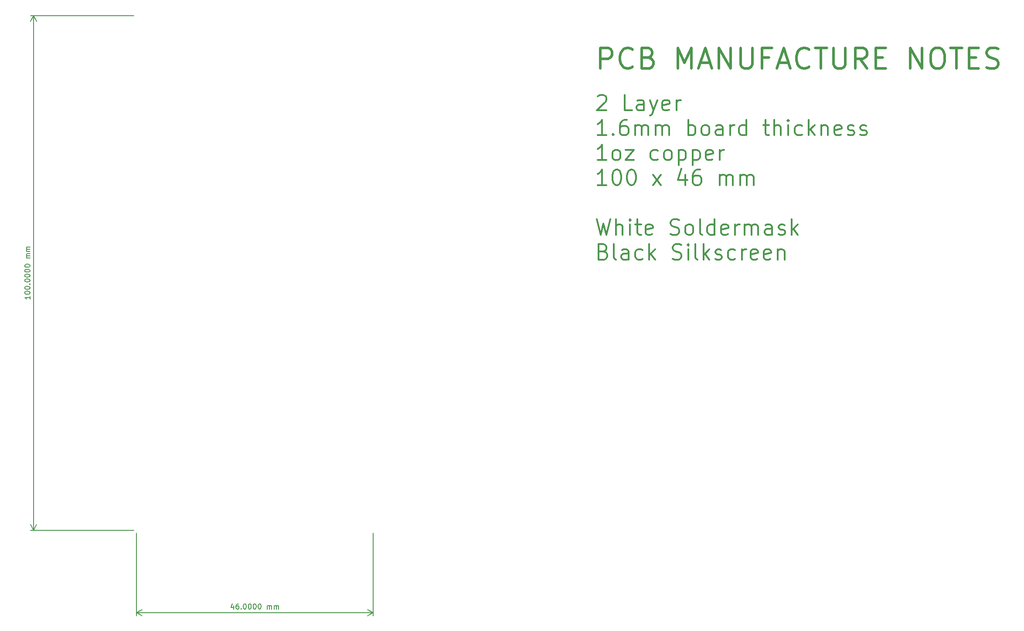
<source format=gbr>
%TF.GenerationSoftware,KiCad,Pcbnew,7.0.6*%
%TF.CreationDate,2023-08-09T14:48:55+09:30*%
%TF.ProjectId,backplane,6261636b-706c-4616-9e65-2e6b69636164,V1.0*%
%TF.SameCoordinates,Original*%
%TF.FileFunction,Other,Comment*%
%FSLAX46Y46*%
G04 Gerber Fmt 4.6, Leading zero omitted, Abs format (unit mm)*
G04 Created by KiCad (PCBNEW 7.0.6) date 2023-08-09 14:48:55*
%MOMM*%
%LPD*%
G01*
G04 APERTURE LIST*
%ADD10C,0.300000*%
%ADD11C,0.500000*%
%ADD12C,0.150000*%
G04 APERTURE END LIST*
D10*
X189568796Y-65722971D02*
X189711653Y-65580114D01*
X189711653Y-65580114D02*
X189997368Y-65437257D01*
X189997368Y-65437257D02*
X190711653Y-65437257D01*
X190711653Y-65437257D02*
X190997368Y-65580114D01*
X190997368Y-65580114D02*
X191140225Y-65722971D01*
X191140225Y-65722971D02*
X191283082Y-66008685D01*
X191283082Y-66008685D02*
X191283082Y-66294400D01*
X191283082Y-66294400D02*
X191140225Y-66722971D01*
X191140225Y-66722971D02*
X189425939Y-68437257D01*
X189425939Y-68437257D02*
X191283082Y-68437257D01*
X196283082Y-68437257D02*
X194854510Y-68437257D01*
X194854510Y-68437257D02*
X194854510Y-65437257D01*
X198568796Y-68437257D02*
X198568796Y-66865828D01*
X198568796Y-66865828D02*
X198425938Y-66580114D01*
X198425938Y-66580114D02*
X198140224Y-66437257D01*
X198140224Y-66437257D02*
X197568796Y-66437257D01*
X197568796Y-66437257D02*
X197283081Y-66580114D01*
X198568796Y-68294400D02*
X198283081Y-68437257D01*
X198283081Y-68437257D02*
X197568796Y-68437257D01*
X197568796Y-68437257D02*
X197283081Y-68294400D01*
X197283081Y-68294400D02*
X197140224Y-68008685D01*
X197140224Y-68008685D02*
X197140224Y-67722971D01*
X197140224Y-67722971D02*
X197283081Y-67437257D01*
X197283081Y-67437257D02*
X197568796Y-67294400D01*
X197568796Y-67294400D02*
X198283081Y-67294400D01*
X198283081Y-67294400D02*
X198568796Y-67151542D01*
X199711653Y-66437257D02*
X200425939Y-68437257D01*
X201140224Y-66437257D02*
X200425939Y-68437257D01*
X200425939Y-68437257D02*
X200140224Y-69151542D01*
X200140224Y-69151542D02*
X199997367Y-69294400D01*
X199997367Y-69294400D02*
X199711653Y-69437257D01*
X203425938Y-68294400D02*
X203140224Y-68437257D01*
X203140224Y-68437257D02*
X202568796Y-68437257D01*
X202568796Y-68437257D02*
X202283081Y-68294400D01*
X202283081Y-68294400D02*
X202140224Y-68008685D01*
X202140224Y-68008685D02*
X202140224Y-66865828D01*
X202140224Y-66865828D02*
X202283081Y-66580114D01*
X202283081Y-66580114D02*
X202568796Y-66437257D01*
X202568796Y-66437257D02*
X203140224Y-66437257D01*
X203140224Y-66437257D02*
X203425938Y-66580114D01*
X203425938Y-66580114D02*
X203568796Y-66865828D01*
X203568796Y-66865828D02*
X203568796Y-67151542D01*
X203568796Y-67151542D02*
X202140224Y-67437257D01*
X204854510Y-68437257D02*
X204854510Y-66437257D01*
X204854510Y-67008685D02*
X204997367Y-66722971D01*
X204997367Y-66722971D02*
X205140225Y-66580114D01*
X205140225Y-66580114D02*
X205425939Y-66437257D01*
X205425939Y-66437257D02*
X205711653Y-66437257D01*
X191283082Y-73267257D02*
X189568796Y-73267257D01*
X190425939Y-73267257D02*
X190425939Y-70267257D01*
X190425939Y-70267257D02*
X190140225Y-70695828D01*
X190140225Y-70695828D02*
X189854510Y-70981542D01*
X189854510Y-70981542D02*
X189568796Y-71124400D01*
X192568796Y-72981542D02*
X192711653Y-73124400D01*
X192711653Y-73124400D02*
X192568796Y-73267257D01*
X192568796Y-73267257D02*
X192425939Y-73124400D01*
X192425939Y-73124400D02*
X192568796Y-72981542D01*
X192568796Y-72981542D02*
X192568796Y-73267257D01*
X195283082Y-70267257D02*
X194711653Y-70267257D01*
X194711653Y-70267257D02*
X194425939Y-70410114D01*
X194425939Y-70410114D02*
X194283082Y-70552971D01*
X194283082Y-70552971D02*
X193997367Y-70981542D01*
X193997367Y-70981542D02*
X193854510Y-71552971D01*
X193854510Y-71552971D02*
X193854510Y-72695828D01*
X193854510Y-72695828D02*
X193997367Y-72981542D01*
X193997367Y-72981542D02*
X194140224Y-73124400D01*
X194140224Y-73124400D02*
X194425939Y-73267257D01*
X194425939Y-73267257D02*
X194997367Y-73267257D01*
X194997367Y-73267257D02*
X195283082Y-73124400D01*
X195283082Y-73124400D02*
X195425939Y-72981542D01*
X195425939Y-72981542D02*
X195568796Y-72695828D01*
X195568796Y-72695828D02*
X195568796Y-71981542D01*
X195568796Y-71981542D02*
X195425939Y-71695828D01*
X195425939Y-71695828D02*
X195283082Y-71552971D01*
X195283082Y-71552971D02*
X194997367Y-71410114D01*
X194997367Y-71410114D02*
X194425939Y-71410114D01*
X194425939Y-71410114D02*
X194140224Y-71552971D01*
X194140224Y-71552971D02*
X193997367Y-71695828D01*
X193997367Y-71695828D02*
X193854510Y-71981542D01*
X196854510Y-73267257D02*
X196854510Y-71267257D01*
X196854510Y-71552971D02*
X196997367Y-71410114D01*
X196997367Y-71410114D02*
X197283082Y-71267257D01*
X197283082Y-71267257D02*
X197711653Y-71267257D01*
X197711653Y-71267257D02*
X197997367Y-71410114D01*
X197997367Y-71410114D02*
X198140225Y-71695828D01*
X198140225Y-71695828D02*
X198140225Y-73267257D01*
X198140225Y-71695828D02*
X198283082Y-71410114D01*
X198283082Y-71410114D02*
X198568796Y-71267257D01*
X198568796Y-71267257D02*
X198997367Y-71267257D01*
X198997367Y-71267257D02*
X199283082Y-71410114D01*
X199283082Y-71410114D02*
X199425939Y-71695828D01*
X199425939Y-71695828D02*
X199425939Y-73267257D01*
X200854510Y-73267257D02*
X200854510Y-71267257D01*
X200854510Y-71552971D02*
X200997367Y-71410114D01*
X200997367Y-71410114D02*
X201283082Y-71267257D01*
X201283082Y-71267257D02*
X201711653Y-71267257D01*
X201711653Y-71267257D02*
X201997367Y-71410114D01*
X201997367Y-71410114D02*
X202140225Y-71695828D01*
X202140225Y-71695828D02*
X202140225Y-73267257D01*
X202140225Y-71695828D02*
X202283082Y-71410114D01*
X202283082Y-71410114D02*
X202568796Y-71267257D01*
X202568796Y-71267257D02*
X202997367Y-71267257D01*
X202997367Y-71267257D02*
X203283082Y-71410114D01*
X203283082Y-71410114D02*
X203425939Y-71695828D01*
X203425939Y-71695828D02*
X203425939Y-73267257D01*
X207140224Y-73267257D02*
X207140224Y-70267257D01*
X207140224Y-71410114D02*
X207425939Y-71267257D01*
X207425939Y-71267257D02*
X207997367Y-71267257D01*
X207997367Y-71267257D02*
X208283081Y-71410114D01*
X208283081Y-71410114D02*
X208425939Y-71552971D01*
X208425939Y-71552971D02*
X208568796Y-71838685D01*
X208568796Y-71838685D02*
X208568796Y-72695828D01*
X208568796Y-72695828D02*
X208425939Y-72981542D01*
X208425939Y-72981542D02*
X208283081Y-73124400D01*
X208283081Y-73124400D02*
X207997367Y-73267257D01*
X207997367Y-73267257D02*
X207425939Y-73267257D01*
X207425939Y-73267257D02*
X207140224Y-73124400D01*
X210283082Y-73267257D02*
X209997367Y-73124400D01*
X209997367Y-73124400D02*
X209854510Y-72981542D01*
X209854510Y-72981542D02*
X209711653Y-72695828D01*
X209711653Y-72695828D02*
X209711653Y-71838685D01*
X209711653Y-71838685D02*
X209854510Y-71552971D01*
X209854510Y-71552971D02*
X209997367Y-71410114D01*
X209997367Y-71410114D02*
X210283082Y-71267257D01*
X210283082Y-71267257D02*
X210711653Y-71267257D01*
X210711653Y-71267257D02*
X210997367Y-71410114D01*
X210997367Y-71410114D02*
X211140225Y-71552971D01*
X211140225Y-71552971D02*
X211283082Y-71838685D01*
X211283082Y-71838685D02*
X211283082Y-72695828D01*
X211283082Y-72695828D02*
X211140225Y-72981542D01*
X211140225Y-72981542D02*
X210997367Y-73124400D01*
X210997367Y-73124400D02*
X210711653Y-73267257D01*
X210711653Y-73267257D02*
X210283082Y-73267257D01*
X213854511Y-73267257D02*
X213854511Y-71695828D01*
X213854511Y-71695828D02*
X213711653Y-71410114D01*
X213711653Y-71410114D02*
X213425939Y-71267257D01*
X213425939Y-71267257D02*
X212854511Y-71267257D01*
X212854511Y-71267257D02*
X212568796Y-71410114D01*
X213854511Y-73124400D02*
X213568796Y-73267257D01*
X213568796Y-73267257D02*
X212854511Y-73267257D01*
X212854511Y-73267257D02*
X212568796Y-73124400D01*
X212568796Y-73124400D02*
X212425939Y-72838685D01*
X212425939Y-72838685D02*
X212425939Y-72552971D01*
X212425939Y-72552971D02*
X212568796Y-72267257D01*
X212568796Y-72267257D02*
X212854511Y-72124400D01*
X212854511Y-72124400D02*
X213568796Y-72124400D01*
X213568796Y-72124400D02*
X213854511Y-71981542D01*
X215283082Y-73267257D02*
X215283082Y-71267257D01*
X215283082Y-71838685D02*
X215425939Y-71552971D01*
X215425939Y-71552971D02*
X215568797Y-71410114D01*
X215568797Y-71410114D02*
X215854511Y-71267257D01*
X215854511Y-71267257D02*
X216140225Y-71267257D01*
X218425940Y-73267257D02*
X218425940Y-70267257D01*
X218425940Y-73124400D02*
X218140225Y-73267257D01*
X218140225Y-73267257D02*
X217568797Y-73267257D01*
X217568797Y-73267257D02*
X217283082Y-73124400D01*
X217283082Y-73124400D02*
X217140225Y-72981542D01*
X217140225Y-72981542D02*
X216997368Y-72695828D01*
X216997368Y-72695828D02*
X216997368Y-71838685D01*
X216997368Y-71838685D02*
X217140225Y-71552971D01*
X217140225Y-71552971D02*
X217283082Y-71410114D01*
X217283082Y-71410114D02*
X217568797Y-71267257D01*
X217568797Y-71267257D02*
X218140225Y-71267257D01*
X218140225Y-71267257D02*
X218425940Y-71410114D01*
X221711654Y-71267257D02*
X222854511Y-71267257D01*
X222140225Y-70267257D02*
X222140225Y-72838685D01*
X222140225Y-72838685D02*
X222283082Y-73124400D01*
X222283082Y-73124400D02*
X222568797Y-73267257D01*
X222568797Y-73267257D02*
X222854511Y-73267257D01*
X223854511Y-73267257D02*
X223854511Y-70267257D01*
X225140226Y-73267257D02*
X225140226Y-71695828D01*
X225140226Y-71695828D02*
X224997368Y-71410114D01*
X224997368Y-71410114D02*
X224711654Y-71267257D01*
X224711654Y-71267257D02*
X224283083Y-71267257D01*
X224283083Y-71267257D02*
X223997368Y-71410114D01*
X223997368Y-71410114D02*
X223854511Y-71552971D01*
X226568797Y-73267257D02*
X226568797Y-71267257D01*
X226568797Y-70267257D02*
X226425940Y-70410114D01*
X226425940Y-70410114D02*
X226568797Y-70552971D01*
X226568797Y-70552971D02*
X226711654Y-70410114D01*
X226711654Y-70410114D02*
X226568797Y-70267257D01*
X226568797Y-70267257D02*
X226568797Y-70552971D01*
X229283083Y-73124400D02*
X228997368Y-73267257D01*
X228997368Y-73267257D02*
X228425940Y-73267257D01*
X228425940Y-73267257D02*
X228140225Y-73124400D01*
X228140225Y-73124400D02*
X227997368Y-72981542D01*
X227997368Y-72981542D02*
X227854511Y-72695828D01*
X227854511Y-72695828D02*
X227854511Y-71838685D01*
X227854511Y-71838685D02*
X227997368Y-71552971D01*
X227997368Y-71552971D02*
X228140225Y-71410114D01*
X228140225Y-71410114D02*
X228425940Y-71267257D01*
X228425940Y-71267257D02*
X228997368Y-71267257D01*
X228997368Y-71267257D02*
X229283083Y-71410114D01*
X230568797Y-73267257D02*
X230568797Y-70267257D01*
X230854512Y-72124400D02*
X231711654Y-73267257D01*
X231711654Y-71267257D02*
X230568797Y-72410114D01*
X232997368Y-71267257D02*
X232997368Y-73267257D01*
X232997368Y-71552971D02*
X233140225Y-71410114D01*
X233140225Y-71410114D02*
X233425940Y-71267257D01*
X233425940Y-71267257D02*
X233854511Y-71267257D01*
X233854511Y-71267257D02*
X234140225Y-71410114D01*
X234140225Y-71410114D02*
X234283083Y-71695828D01*
X234283083Y-71695828D02*
X234283083Y-73267257D01*
X236854511Y-73124400D02*
X236568797Y-73267257D01*
X236568797Y-73267257D02*
X235997369Y-73267257D01*
X235997369Y-73267257D02*
X235711654Y-73124400D01*
X235711654Y-73124400D02*
X235568797Y-72838685D01*
X235568797Y-72838685D02*
X235568797Y-71695828D01*
X235568797Y-71695828D02*
X235711654Y-71410114D01*
X235711654Y-71410114D02*
X235997369Y-71267257D01*
X235997369Y-71267257D02*
X236568797Y-71267257D01*
X236568797Y-71267257D02*
X236854511Y-71410114D01*
X236854511Y-71410114D02*
X236997369Y-71695828D01*
X236997369Y-71695828D02*
X236997369Y-71981542D01*
X236997369Y-71981542D02*
X235568797Y-72267257D01*
X238140226Y-73124400D02*
X238425940Y-73267257D01*
X238425940Y-73267257D02*
X238997369Y-73267257D01*
X238997369Y-73267257D02*
X239283083Y-73124400D01*
X239283083Y-73124400D02*
X239425940Y-72838685D01*
X239425940Y-72838685D02*
X239425940Y-72695828D01*
X239425940Y-72695828D02*
X239283083Y-72410114D01*
X239283083Y-72410114D02*
X238997369Y-72267257D01*
X238997369Y-72267257D02*
X238568798Y-72267257D01*
X238568798Y-72267257D02*
X238283083Y-72124400D01*
X238283083Y-72124400D02*
X238140226Y-71838685D01*
X238140226Y-71838685D02*
X238140226Y-71695828D01*
X238140226Y-71695828D02*
X238283083Y-71410114D01*
X238283083Y-71410114D02*
X238568798Y-71267257D01*
X238568798Y-71267257D02*
X238997369Y-71267257D01*
X238997369Y-71267257D02*
X239283083Y-71410114D01*
X240568797Y-73124400D02*
X240854511Y-73267257D01*
X240854511Y-73267257D02*
X241425940Y-73267257D01*
X241425940Y-73267257D02*
X241711654Y-73124400D01*
X241711654Y-73124400D02*
X241854511Y-72838685D01*
X241854511Y-72838685D02*
X241854511Y-72695828D01*
X241854511Y-72695828D02*
X241711654Y-72410114D01*
X241711654Y-72410114D02*
X241425940Y-72267257D01*
X241425940Y-72267257D02*
X240997369Y-72267257D01*
X240997369Y-72267257D02*
X240711654Y-72124400D01*
X240711654Y-72124400D02*
X240568797Y-71838685D01*
X240568797Y-71838685D02*
X240568797Y-71695828D01*
X240568797Y-71695828D02*
X240711654Y-71410114D01*
X240711654Y-71410114D02*
X240997369Y-71267257D01*
X240997369Y-71267257D02*
X241425940Y-71267257D01*
X241425940Y-71267257D02*
X241711654Y-71410114D01*
X191283082Y-78097257D02*
X189568796Y-78097257D01*
X190425939Y-78097257D02*
X190425939Y-75097257D01*
X190425939Y-75097257D02*
X190140225Y-75525828D01*
X190140225Y-75525828D02*
X189854510Y-75811542D01*
X189854510Y-75811542D02*
X189568796Y-75954400D01*
X192997368Y-78097257D02*
X192711653Y-77954400D01*
X192711653Y-77954400D02*
X192568796Y-77811542D01*
X192568796Y-77811542D02*
X192425939Y-77525828D01*
X192425939Y-77525828D02*
X192425939Y-76668685D01*
X192425939Y-76668685D02*
X192568796Y-76382971D01*
X192568796Y-76382971D02*
X192711653Y-76240114D01*
X192711653Y-76240114D02*
X192997368Y-76097257D01*
X192997368Y-76097257D02*
X193425939Y-76097257D01*
X193425939Y-76097257D02*
X193711653Y-76240114D01*
X193711653Y-76240114D02*
X193854511Y-76382971D01*
X193854511Y-76382971D02*
X193997368Y-76668685D01*
X193997368Y-76668685D02*
X193997368Y-77525828D01*
X193997368Y-77525828D02*
X193854511Y-77811542D01*
X193854511Y-77811542D02*
X193711653Y-77954400D01*
X193711653Y-77954400D02*
X193425939Y-78097257D01*
X193425939Y-78097257D02*
X192997368Y-78097257D01*
X194997368Y-76097257D02*
X196568797Y-76097257D01*
X196568797Y-76097257D02*
X194997368Y-78097257D01*
X194997368Y-78097257D02*
X196568797Y-78097257D01*
X201283082Y-77954400D02*
X200997367Y-78097257D01*
X200997367Y-78097257D02*
X200425939Y-78097257D01*
X200425939Y-78097257D02*
X200140224Y-77954400D01*
X200140224Y-77954400D02*
X199997367Y-77811542D01*
X199997367Y-77811542D02*
X199854510Y-77525828D01*
X199854510Y-77525828D02*
X199854510Y-76668685D01*
X199854510Y-76668685D02*
X199997367Y-76382971D01*
X199997367Y-76382971D02*
X200140224Y-76240114D01*
X200140224Y-76240114D02*
X200425939Y-76097257D01*
X200425939Y-76097257D02*
X200997367Y-76097257D01*
X200997367Y-76097257D02*
X201283082Y-76240114D01*
X202997368Y-78097257D02*
X202711653Y-77954400D01*
X202711653Y-77954400D02*
X202568796Y-77811542D01*
X202568796Y-77811542D02*
X202425939Y-77525828D01*
X202425939Y-77525828D02*
X202425939Y-76668685D01*
X202425939Y-76668685D02*
X202568796Y-76382971D01*
X202568796Y-76382971D02*
X202711653Y-76240114D01*
X202711653Y-76240114D02*
X202997368Y-76097257D01*
X202997368Y-76097257D02*
X203425939Y-76097257D01*
X203425939Y-76097257D02*
X203711653Y-76240114D01*
X203711653Y-76240114D02*
X203854511Y-76382971D01*
X203854511Y-76382971D02*
X203997368Y-76668685D01*
X203997368Y-76668685D02*
X203997368Y-77525828D01*
X203997368Y-77525828D02*
X203854511Y-77811542D01*
X203854511Y-77811542D02*
X203711653Y-77954400D01*
X203711653Y-77954400D02*
X203425939Y-78097257D01*
X203425939Y-78097257D02*
X202997368Y-78097257D01*
X205283082Y-76097257D02*
X205283082Y-79097257D01*
X205283082Y-76240114D02*
X205568797Y-76097257D01*
X205568797Y-76097257D02*
X206140225Y-76097257D01*
X206140225Y-76097257D02*
X206425939Y-76240114D01*
X206425939Y-76240114D02*
X206568797Y-76382971D01*
X206568797Y-76382971D02*
X206711654Y-76668685D01*
X206711654Y-76668685D02*
X206711654Y-77525828D01*
X206711654Y-77525828D02*
X206568797Y-77811542D01*
X206568797Y-77811542D02*
X206425939Y-77954400D01*
X206425939Y-77954400D02*
X206140225Y-78097257D01*
X206140225Y-78097257D02*
X205568797Y-78097257D01*
X205568797Y-78097257D02*
X205283082Y-77954400D01*
X207997368Y-76097257D02*
X207997368Y-79097257D01*
X207997368Y-76240114D02*
X208283083Y-76097257D01*
X208283083Y-76097257D02*
X208854511Y-76097257D01*
X208854511Y-76097257D02*
X209140225Y-76240114D01*
X209140225Y-76240114D02*
X209283083Y-76382971D01*
X209283083Y-76382971D02*
X209425940Y-76668685D01*
X209425940Y-76668685D02*
X209425940Y-77525828D01*
X209425940Y-77525828D02*
X209283083Y-77811542D01*
X209283083Y-77811542D02*
X209140225Y-77954400D01*
X209140225Y-77954400D02*
X208854511Y-78097257D01*
X208854511Y-78097257D02*
X208283083Y-78097257D01*
X208283083Y-78097257D02*
X207997368Y-77954400D01*
X211854511Y-77954400D02*
X211568797Y-78097257D01*
X211568797Y-78097257D02*
X210997369Y-78097257D01*
X210997369Y-78097257D02*
X210711654Y-77954400D01*
X210711654Y-77954400D02*
X210568797Y-77668685D01*
X210568797Y-77668685D02*
X210568797Y-76525828D01*
X210568797Y-76525828D02*
X210711654Y-76240114D01*
X210711654Y-76240114D02*
X210997369Y-76097257D01*
X210997369Y-76097257D02*
X211568797Y-76097257D01*
X211568797Y-76097257D02*
X211854511Y-76240114D01*
X211854511Y-76240114D02*
X211997369Y-76525828D01*
X211997369Y-76525828D02*
X211997369Y-76811542D01*
X211997369Y-76811542D02*
X210568797Y-77097257D01*
X213283083Y-78097257D02*
X213283083Y-76097257D01*
X213283083Y-76668685D02*
X213425940Y-76382971D01*
X213425940Y-76382971D02*
X213568798Y-76240114D01*
X213568798Y-76240114D02*
X213854512Y-76097257D01*
X213854512Y-76097257D02*
X214140226Y-76097257D01*
X191283082Y-82927257D02*
X189568796Y-82927257D01*
X190425939Y-82927257D02*
X190425939Y-79927257D01*
X190425939Y-79927257D02*
X190140225Y-80355828D01*
X190140225Y-80355828D02*
X189854510Y-80641542D01*
X189854510Y-80641542D02*
X189568796Y-80784400D01*
X193140225Y-79927257D02*
X193425939Y-79927257D01*
X193425939Y-79927257D02*
X193711653Y-80070114D01*
X193711653Y-80070114D02*
X193854511Y-80212971D01*
X193854511Y-80212971D02*
X193997368Y-80498685D01*
X193997368Y-80498685D02*
X194140225Y-81070114D01*
X194140225Y-81070114D02*
X194140225Y-81784400D01*
X194140225Y-81784400D02*
X193997368Y-82355828D01*
X193997368Y-82355828D02*
X193854511Y-82641542D01*
X193854511Y-82641542D02*
X193711653Y-82784400D01*
X193711653Y-82784400D02*
X193425939Y-82927257D01*
X193425939Y-82927257D02*
X193140225Y-82927257D01*
X193140225Y-82927257D02*
X192854511Y-82784400D01*
X192854511Y-82784400D02*
X192711653Y-82641542D01*
X192711653Y-82641542D02*
X192568796Y-82355828D01*
X192568796Y-82355828D02*
X192425939Y-81784400D01*
X192425939Y-81784400D02*
X192425939Y-81070114D01*
X192425939Y-81070114D02*
X192568796Y-80498685D01*
X192568796Y-80498685D02*
X192711653Y-80212971D01*
X192711653Y-80212971D02*
X192854511Y-80070114D01*
X192854511Y-80070114D02*
X193140225Y-79927257D01*
X195997368Y-79927257D02*
X196283082Y-79927257D01*
X196283082Y-79927257D02*
X196568796Y-80070114D01*
X196568796Y-80070114D02*
X196711654Y-80212971D01*
X196711654Y-80212971D02*
X196854511Y-80498685D01*
X196854511Y-80498685D02*
X196997368Y-81070114D01*
X196997368Y-81070114D02*
X196997368Y-81784400D01*
X196997368Y-81784400D02*
X196854511Y-82355828D01*
X196854511Y-82355828D02*
X196711654Y-82641542D01*
X196711654Y-82641542D02*
X196568796Y-82784400D01*
X196568796Y-82784400D02*
X196283082Y-82927257D01*
X196283082Y-82927257D02*
X195997368Y-82927257D01*
X195997368Y-82927257D02*
X195711654Y-82784400D01*
X195711654Y-82784400D02*
X195568796Y-82641542D01*
X195568796Y-82641542D02*
X195425939Y-82355828D01*
X195425939Y-82355828D02*
X195283082Y-81784400D01*
X195283082Y-81784400D02*
X195283082Y-81070114D01*
X195283082Y-81070114D02*
X195425939Y-80498685D01*
X195425939Y-80498685D02*
X195568796Y-80212971D01*
X195568796Y-80212971D02*
X195711654Y-80070114D01*
X195711654Y-80070114D02*
X195997368Y-79927257D01*
X200283082Y-82927257D02*
X201854511Y-80927257D01*
X200283082Y-80927257D02*
X201854511Y-82927257D01*
X206568796Y-80927257D02*
X206568796Y-82927257D01*
X205854510Y-79784400D02*
X205140224Y-81927257D01*
X205140224Y-81927257D02*
X206997367Y-81927257D01*
X209425939Y-79927257D02*
X208854510Y-79927257D01*
X208854510Y-79927257D02*
X208568796Y-80070114D01*
X208568796Y-80070114D02*
X208425939Y-80212971D01*
X208425939Y-80212971D02*
X208140224Y-80641542D01*
X208140224Y-80641542D02*
X207997367Y-81212971D01*
X207997367Y-81212971D02*
X207997367Y-82355828D01*
X207997367Y-82355828D02*
X208140224Y-82641542D01*
X208140224Y-82641542D02*
X208283081Y-82784400D01*
X208283081Y-82784400D02*
X208568796Y-82927257D01*
X208568796Y-82927257D02*
X209140224Y-82927257D01*
X209140224Y-82927257D02*
X209425939Y-82784400D01*
X209425939Y-82784400D02*
X209568796Y-82641542D01*
X209568796Y-82641542D02*
X209711653Y-82355828D01*
X209711653Y-82355828D02*
X209711653Y-81641542D01*
X209711653Y-81641542D02*
X209568796Y-81355828D01*
X209568796Y-81355828D02*
X209425939Y-81212971D01*
X209425939Y-81212971D02*
X209140224Y-81070114D01*
X209140224Y-81070114D02*
X208568796Y-81070114D01*
X208568796Y-81070114D02*
X208283081Y-81212971D01*
X208283081Y-81212971D02*
X208140224Y-81355828D01*
X208140224Y-81355828D02*
X207997367Y-81641542D01*
X213283081Y-82927257D02*
X213283081Y-80927257D01*
X213283081Y-81212971D02*
X213425938Y-81070114D01*
X213425938Y-81070114D02*
X213711653Y-80927257D01*
X213711653Y-80927257D02*
X214140224Y-80927257D01*
X214140224Y-80927257D02*
X214425938Y-81070114D01*
X214425938Y-81070114D02*
X214568796Y-81355828D01*
X214568796Y-81355828D02*
X214568796Y-82927257D01*
X214568796Y-81355828D02*
X214711653Y-81070114D01*
X214711653Y-81070114D02*
X214997367Y-80927257D01*
X214997367Y-80927257D02*
X215425938Y-80927257D01*
X215425938Y-80927257D02*
X215711653Y-81070114D01*
X215711653Y-81070114D02*
X215854510Y-81355828D01*
X215854510Y-81355828D02*
X215854510Y-82927257D01*
X217283081Y-82927257D02*
X217283081Y-80927257D01*
X217283081Y-81212971D02*
X217425938Y-81070114D01*
X217425938Y-81070114D02*
X217711653Y-80927257D01*
X217711653Y-80927257D02*
X218140224Y-80927257D01*
X218140224Y-80927257D02*
X218425938Y-81070114D01*
X218425938Y-81070114D02*
X218568796Y-81355828D01*
X218568796Y-81355828D02*
X218568796Y-82927257D01*
X218568796Y-81355828D02*
X218711653Y-81070114D01*
X218711653Y-81070114D02*
X218997367Y-80927257D01*
X218997367Y-80927257D02*
X219425938Y-80927257D01*
X219425938Y-80927257D02*
X219711653Y-81070114D01*
X219711653Y-81070114D02*
X219854510Y-81355828D01*
X219854510Y-81355828D02*
X219854510Y-82927257D01*
X189425939Y-89587257D02*
X190140225Y-92587257D01*
X190140225Y-92587257D02*
X190711653Y-90444400D01*
X190711653Y-90444400D02*
X191283082Y-92587257D01*
X191283082Y-92587257D02*
X191997368Y-89587257D01*
X193140224Y-92587257D02*
X193140224Y-89587257D01*
X194425939Y-92587257D02*
X194425939Y-91015828D01*
X194425939Y-91015828D02*
X194283081Y-90730114D01*
X194283081Y-90730114D02*
X193997367Y-90587257D01*
X193997367Y-90587257D02*
X193568796Y-90587257D01*
X193568796Y-90587257D02*
X193283081Y-90730114D01*
X193283081Y-90730114D02*
X193140224Y-90872971D01*
X195854510Y-92587257D02*
X195854510Y-90587257D01*
X195854510Y-89587257D02*
X195711653Y-89730114D01*
X195711653Y-89730114D02*
X195854510Y-89872971D01*
X195854510Y-89872971D02*
X195997367Y-89730114D01*
X195997367Y-89730114D02*
X195854510Y-89587257D01*
X195854510Y-89587257D02*
X195854510Y-89872971D01*
X196854510Y-90587257D02*
X197997367Y-90587257D01*
X197283081Y-89587257D02*
X197283081Y-92158685D01*
X197283081Y-92158685D02*
X197425938Y-92444400D01*
X197425938Y-92444400D02*
X197711653Y-92587257D01*
X197711653Y-92587257D02*
X197997367Y-92587257D01*
X200140224Y-92444400D02*
X199854510Y-92587257D01*
X199854510Y-92587257D02*
X199283082Y-92587257D01*
X199283082Y-92587257D02*
X198997367Y-92444400D01*
X198997367Y-92444400D02*
X198854510Y-92158685D01*
X198854510Y-92158685D02*
X198854510Y-91015828D01*
X198854510Y-91015828D02*
X198997367Y-90730114D01*
X198997367Y-90730114D02*
X199283082Y-90587257D01*
X199283082Y-90587257D02*
X199854510Y-90587257D01*
X199854510Y-90587257D02*
X200140224Y-90730114D01*
X200140224Y-90730114D02*
X200283082Y-91015828D01*
X200283082Y-91015828D02*
X200283082Y-91301542D01*
X200283082Y-91301542D02*
X198854510Y-91587257D01*
X203711653Y-92444400D02*
X204140225Y-92587257D01*
X204140225Y-92587257D02*
X204854510Y-92587257D01*
X204854510Y-92587257D02*
X205140225Y-92444400D01*
X205140225Y-92444400D02*
X205283082Y-92301542D01*
X205283082Y-92301542D02*
X205425939Y-92015828D01*
X205425939Y-92015828D02*
X205425939Y-91730114D01*
X205425939Y-91730114D02*
X205283082Y-91444400D01*
X205283082Y-91444400D02*
X205140225Y-91301542D01*
X205140225Y-91301542D02*
X204854510Y-91158685D01*
X204854510Y-91158685D02*
X204283082Y-91015828D01*
X204283082Y-91015828D02*
X203997367Y-90872971D01*
X203997367Y-90872971D02*
X203854510Y-90730114D01*
X203854510Y-90730114D02*
X203711653Y-90444400D01*
X203711653Y-90444400D02*
X203711653Y-90158685D01*
X203711653Y-90158685D02*
X203854510Y-89872971D01*
X203854510Y-89872971D02*
X203997367Y-89730114D01*
X203997367Y-89730114D02*
X204283082Y-89587257D01*
X204283082Y-89587257D02*
X204997367Y-89587257D01*
X204997367Y-89587257D02*
X205425939Y-89730114D01*
X207140225Y-92587257D02*
X206854510Y-92444400D01*
X206854510Y-92444400D02*
X206711653Y-92301542D01*
X206711653Y-92301542D02*
X206568796Y-92015828D01*
X206568796Y-92015828D02*
X206568796Y-91158685D01*
X206568796Y-91158685D02*
X206711653Y-90872971D01*
X206711653Y-90872971D02*
X206854510Y-90730114D01*
X206854510Y-90730114D02*
X207140225Y-90587257D01*
X207140225Y-90587257D02*
X207568796Y-90587257D01*
X207568796Y-90587257D02*
X207854510Y-90730114D01*
X207854510Y-90730114D02*
X207997368Y-90872971D01*
X207997368Y-90872971D02*
X208140225Y-91158685D01*
X208140225Y-91158685D02*
X208140225Y-92015828D01*
X208140225Y-92015828D02*
X207997368Y-92301542D01*
X207997368Y-92301542D02*
X207854510Y-92444400D01*
X207854510Y-92444400D02*
X207568796Y-92587257D01*
X207568796Y-92587257D02*
X207140225Y-92587257D01*
X209854511Y-92587257D02*
X209568796Y-92444400D01*
X209568796Y-92444400D02*
X209425939Y-92158685D01*
X209425939Y-92158685D02*
X209425939Y-89587257D01*
X212283083Y-92587257D02*
X212283083Y-89587257D01*
X212283083Y-92444400D02*
X211997368Y-92587257D01*
X211997368Y-92587257D02*
X211425940Y-92587257D01*
X211425940Y-92587257D02*
X211140225Y-92444400D01*
X211140225Y-92444400D02*
X210997368Y-92301542D01*
X210997368Y-92301542D02*
X210854511Y-92015828D01*
X210854511Y-92015828D02*
X210854511Y-91158685D01*
X210854511Y-91158685D02*
X210997368Y-90872971D01*
X210997368Y-90872971D02*
X211140225Y-90730114D01*
X211140225Y-90730114D02*
X211425940Y-90587257D01*
X211425940Y-90587257D02*
X211997368Y-90587257D01*
X211997368Y-90587257D02*
X212283083Y-90730114D01*
X214854511Y-92444400D02*
X214568797Y-92587257D01*
X214568797Y-92587257D02*
X213997369Y-92587257D01*
X213997369Y-92587257D02*
X213711654Y-92444400D01*
X213711654Y-92444400D02*
X213568797Y-92158685D01*
X213568797Y-92158685D02*
X213568797Y-91015828D01*
X213568797Y-91015828D02*
X213711654Y-90730114D01*
X213711654Y-90730114D02*
X213997369Y-90587257D01*
X213997369Y-90587257D02*
X214568797Y-90587257D01*
X214568797Y-90587257D02*
X214854511Y-90730114D01*
X214854511Y-90730114D02*
X214997369Y-91015828D01*
X214997369Y-91015828D02*
X214997369Y-91301542D01*
X214997369Y-91301542D02*
X213568797Y-91587257D01*
X216283083Y-92587257D02*
X216283083Y-90587257D01*
X216283083Y-91158685D02*
X216425940Y-90872971D01*
X216425940Y-90872971D02*
X216568798Y-90730114D01*
X216568798Y-90730114D02*
X216854512Y-90587257D01*
X216854512Y-90587257D02*
X217140226Y-90587257D01*
X218140226Y-92587257D02*
X218140226Y-90587257D01*
X218140226Y-90872971D02*
X218283083Y-90730114D01*
X218283083Y-90730114D02*
X218568798Y-90587257D01*
X218568798Y-90587257D02*
X218997369Y-90587257D01*
X218997369Y-90587257D02*
X219283083Y-90730114D01*
X219283083Y-90730114D02*
X219425941Y-91015828D01*
X219425941Y-91015828D02*
X219425941Y-92587257D01*
X219425941Y-91015828D02*
X219568798Y-90730114D01*
X219568798Y-90730114D02*
X219854512Y-90587257D01*
X219854512Y-90587257D02*
X220283083Y-90587257D01*
X220283083Y-90587257D02*
X220568798Y-90730114D01*
X220568798Y-90730114D02*
X220711655Y-91015828D01*
X220711655Y-91015828D02*
X220711655Y-92587257D01*
X223425941Y-92587257D02*
X223425941Y-91015828D01*
X223425941Y-91015828D02*
X223283083Y-90730114D01*
X223283083Y-90730114D02*
X222997369Y-90587257D01*
X222997369Y-90587257D02*
X222425941Y-90587257D01*
X222425941Y-90587257D02*
X222140226Y-90730114D01*
X223425941Y-92444400D02*
X223140226Y-92587257D01*
X223140226Y-92587257D02*
X222425941Y-92587257D01*
X222425941Y-92587257D02*
X222140226Y-92444400D01*
X222140226Y-92444400D02*
X221997369Y-92158685D01*
X221997369Y-92158685D02*
X221997369Y-91872971D01*
X221997369Y-91872971D02*
X222140226Y-91587257D01*
X222140226Y-91587257D02*
X222425941Y-91444400D01*
X222425941Y-91444400D02*
X223140226Y-91444400D01*
X223140226Y-91444400D02*
X223425941Y-91301542D01*
X224711655Y-92444400D02*
X224997369Y-92587257D01*
X224997369Y-92587257D02*
X225568798Y-92587257D01*
X225568798Y-92587257D02*
X225854512Y-92444400D01*
X225854512Y-92444400D02*
X225997369Y-92158685D01*
X225997369Y-92158685D02*
X225997369Y-92015828D01*
X225997369Y-92015828D02*
X225854512Y-91730114D01*
X225854512Y-91730114D02*
X225568798Y-91587257D01*
X225568798Y-91587257D02*
X225140227Y-91587257D01*
X225140227Y-91587257D02*
X224854512Y-91444400D01*
X224854512Y-91444400D02*
X224711655Y-91158685D01*
X224711655Y-91158685D02*
X224711655Y-91015828D01*
X224711655Y-91015828D02*
X224854512Y-90730114D01*
X224854512Y-90730114D02*
X225140227Y-90587257D01*
X225140227Y-90587257D02*
X225568798Y-90587257D01*
X225568798Y-90587257D02*
X225854512Y-90730114D01*
X227283083Y-92587257D02*
X227283083Y-89587257D01*
X227568798Y-91444400D02*
X228425940Y-92587257D01*
X228425940Y-90587257D02*
X227283083Y-91730114D01*
X190711653Y-95845828D02*
X191140225Y-95988685D01*
X191140225Y-95988685D02*
X191283082Y-96131542D01*
X191283082Y-96131542D02*
X191425939Y-96417257D01*
X191425939Y-96417257D02*
X191425939Y-96845828D01*
X191425939Y-96845828D02*
X191283082Y-97131542D01*
X191283082Y-97131542D02*
X191140225Y-97274400D01*
X191140225Y-97274400D02*
X190854510Y-97417257D01*
X190854510Y-97417257D02*
X189711653Y-97417257D01*
X189711653Y-97417257D02*
X189711653Y-94417257D01*
X189711653Y-94417257D02*
X190711653Y-94417257D01*
X190711653Y-94417257D02*
X190997368Y-94560114D01*
X190997368Y-94560114D02*
X191140225Y-94702971D01*
X191140225Y-94702971D02*
X191283082Y-94988685D01*
X191283082Y-94988685D02*
X191283082Y-95274400D01*
X191283082Y-95274400D02*
X191140225Y-95560114D01*
X191140225Y-95560114D02*
X190997368Y-95702971D01*
X190997368Y-95702971D02*
X190711653Y-95845828D01*
X190711653Y-95845828D02*
X189711653Y-95845828D01*
X193140225Y-97417257D02*
X192854510Y-97274400D01*
X192854510Y-97274400D02*
X192711653Y-96988685D01*
X192711653Y-96988685D02*
X192711653Y-94417257D01*
X195568797Y-97417257D02*
X195568797Y-95845828D01*
X195568797Y-95845828D02*
X195425939Y-95560114D01*
X195425939Y-95560114D02*
X195140225Y-95417257D01*
X195140225Y-95417257D02*
X194568797Y-95417257D01*
X194568797Y-95417257D02*
X194283082Y-95560114D01*
X195568797Y-97274400D02*
X195283082Y-97417257D01*
X195283082Y-97417257D02*
X194568797Y-97417257D01*
X194568797Y-97417257D02*
X194283082Y-97274400D01*
X194283082Y-97274400D02*
X194140225Y-96988685D01*
X194140225Y-96988685D02*
X194140225Y-96702971D01*
X194140225Y-96702971D02*
X194283082Y-96417257D01*
X194283082Y-96417257D02*
X194568797Y-96274400D01*
X194568797Y-96274400D02*
X195283082Y-96274400D01*
X195283082Y-96274400D02*
X195568797Y-96131542D01*
X198283083Y-97274400D02*
X197997368Y-97417257D01*
X197997368Y-97417257D02*
X197425940Y-97417257D01*
X197425940Y-97417257D02*
X197140225Y-97274400D01*
X197140225Y-97274400D02*
X196997368Y-97131542D01*
X196997368Y-97131542D02*
X196854511Y-96845828D01*
X196854511Y-96845828D02*
X196854511Y-95988685D01*
X196854511Y-95988685D02*
X196997368Y-95702971D01*
X196997368Y-95702971D02*
X197140225Y-95560114D01*
X197140225Y-95560114D02*
X197425940Y-95417257D01*
X197425940Y-95417257D02*
X197997368Y-95417257D01*
X197997368Y-95417257D02*
X198283083Y-95560114D01*
X199568797Y-97417257D02*
X199568797Y-94417257D01*
X199854512Y-96274400D02*
X200711654Y-97417257D01*
X200711654Y-95417257D02*
X199568797Y-96560114D01*
X204140225Y-97274400D02*
X204568797Y-97417257D01*
X204568797Y-97417257D02*
X205283082Y-97417257D01*
X205283082Y-97417257D02*
X205568797Y-97274400D01*
X205568797Y-97274400D02*
X205711654Y-97131542D01*
X205711654Y-97131542D02*
X205854511Y-96845828D01*
X205854511Y-96845828D02*
X205854511Y-96560114D01*
X205854511Y-96560114D02*
X205711654Y-96274400D01*
X205711654Y-96274400D02*
X205568797Y-96131542D01*
X205568797Y-96131542D02*
X205283082Y-95988685D01*
X205283082Y-95988685D02*
X204711654Y-95845828D01*
X204711654Y-95845828D02*
X204425939Y-95702971D01*
X204425939Y-95702971D02*
X204283082Y-95560114D01*
X204283082Y-95560114D02*
X204140225Y-95274400D01*
X204140225Y-95274400D02*
X204140225Y-94988685D01*
X204140225Y-94988685D02*
X204283082Y-94702971D01*
X204283082Y-94702971D02*
X204425939Y-94560114D01*
X204425939Y-94560114D02*
X204711654Y-94417257D01*
X204711654Y-94417257D02*
X205425939Y-94417257D01*
X205425939Y-94417257D02*
X205854511Y-94560114D01*
X207140225Y-97417257D02*
X207140225Y-95417257D01*
X207140225Y-94417257D02*
X206997368Y-94560114D01*
X206997368Y-94560114D02*
X207140225Y-94702971D01*
X207140225Y-94702971D02*
X207283082Y-94560114D01*
X207283082Y-94560114D02*
X207140225Y-94417257D01*
X207140225Y-94417257D02*
X207140225Y-94702971D01*
X208997368Y-97417257D02*
X208711653Y-97274400D01*
X208711653Y-97274400D02*
X208568796Y-96988685D01*
X208568796Y-96988685D02*
X208568796Y-94417257D01*
X210140225Y-97417257D02*
X210140225Y-94417257D01*
X210425940Y-96274400D02*
X211283082Y-97417257D01*
X211283082Y-95417257D02*
X210140225Y-96560114D01*
X212425939Y-97274400D02*
X212711653Y-97417257D01*
X212711653Y-97417257D02*
X213283082Y-97417257D01*
X213283082Y-97417257D02*
X213568796Y-97274400D01*
X213568796Y-97274400D02*
X213711653Y-96988685D01*
X213711653Y-96988685D02*
X213711653Y-96845828D01*
X213711653Y-96845828D02*
X213568796Y-96560114D01*
X213568796Y-96560114D02*
X213283082Y-96417257D01*
X213283082Y-96417257D02*
X212854511Y-96417257D01*
X212854511Y-96417257D02*
X212568796Y-96274400D01*
X212568796Y-96274400D02*
X212425939Y-95988685D01*
X212425939Y-95988685D02*
X212425939Y-95845828D01*
X212425939Y-95845828D02*
X212568796Y-95560114D01*
X212568796Y-95560114D02*
X212854511Y-95417257D01*
X212854511Y-95417257D02*
X213283082Y-95417257D01*
X213283082Y-95417257D02*
X213568796Y-95560114D01*
X216283082Y-97274400D02*
X215997367Y-97417257D01*
X215997367Y-97417257D02*
X215425939Y-97417257D01*
X215425939Y-97417257D02*
X215140224Y-97274400D01*
X215140224Y-97274400D02*
X214997367Y-97131542D01*
X214997367Y-97131542D02*
X214854510Y-96845828D01*
X214854510Y-96845828D02*
X214854510Y-95988685D01*
X214854510Y-95988685D02*
X214997367Y-95702971D01*
X214997367Y-95702971D02*
X215140224Y-95560114D01*
X215140224Y-95560114D02*
X215425939Y-95417257D01*
X215425939Y-95417257D02*
X215997367Y-95417257D01*
X215997367Y-95417257D02*
X216283082Y-95560114D01*
X217568796Y-97417257D02*
X217568796Y-95417257D01*
X217568796Y-95988685D02*
X217711653Y-95702971D01*
X217711653Y-95702971D02*
X217854511Y-95560114D01*
X217854511Y-95560114D02*
X218140225Y-95417257D01*
X218140225Y-95417257D02*
X218425939Y-95417257D01*
X220568796Y-97274400D02*
X220283082Y-97417257D01*
X220283082Y-97417257D02*
X219711654Y-97417257D01*
X219711654Y-97417257D02*
X219425939Y-97274400D01*
X219425939Y-97274400D02*
X219283082Y-96988685D01*
X219283082Y-96988685D02*
X219283082Y-95845828D01*
X219283082Y-95845828D02*
X219425939Y-95560114D01*
X219425939Y-95560114D02*
X219711654Y-95417257D01*
X219711654Y-95417257D02*
X220283082Y-95417257D01*
X220283082Y-95417257D02*
X220568796Y-95560114D01*
X220568796Y-95560114D02*
X220711654Y-95845828D01*
X220711654Y-95845828D02*
X220711654Y-96131542D01*
X220711654Y-96131542D02*
X219283082Y-96417257D01*
X223140225Y-97274400D02*
X222854511Y-97417257D01*
X222854511Y-97417257D02*
X222283083Y-97417257D01*
X222283083Y-97417257D02*
X221997368Y-97274400D01*
X221997368Y-97274400D02*
X221854511Y-96988685D01*
X221854511Y-96988685D02*
X221854511Y-95845828D01*
X221854511Y-95845828D02*
X221997368Y-95560114D01*
X221997368Y-95560114D02*
X222283083Y-95417257D01*
X222283083Y-95417257D02*
X222854511Y-95417257D01*
X222854511Y-95417257D02*
X223140225Y-95560114D01*
X223140225Y-95560114D02*
X223283083Y-95845828D01*
X223283083Y-95845828D02*
X223283083Y-96131542D01*
X223283083Y-96131542D02*
X221854511Y-96417257D01*
X224568797Y-95417257D02*
X224568797Y-97417257D01*
X224568797Y-95702971D02*
X224711654Y-95560114D01*
X224711654Y-95560114D02*
X224997369Y-95417257D01*
X224997369Y-95417257D02*
X225425940Y-95417257D01*
X225425940Y-95417257D02*
X225711654Y-95560114D01*
X225711654Y-95560114D02*
X225854512Y-95845828D01*
X225854512Y-95845828D02*
X225854512Y-97417257D01*
D11*
X190081327Y-60284476D02*
X190081327Y-56284476D01*
X190081327Y-56284476D02*
X191605137Y-56284476D01*
X191605137Y-56284476D02*
X191986089Y-56474952D01*
X191986089Y-56474952D02*
X192176566Y-56665428D01*
X192176566Y-56665428D02*
X192367042Y-57046380D01*
X192367042Y-57046380D02*
X192367042Y-57617809D01*
X192367042Y-57617809D02*
X192176566Y-57998761D01*
X192176566Y-57998761D02*
X191986089Y-58189238D01*
X191986089Y-58189238D02*
X191605137Y-58379714D01*
X191605137Y-58379714D02*
X190081327Y-58379714D01*
X196367042Y-59903523D02*
X196176566Y-60094000D01*
X196176566Y-60094000D02*
X195605137Y-60284476D01*
X195605137Y-60284476D02*
X195224185Y-60284476D01*
X195224185Y-60284476D02*
X194652756Y-60094000D01*
X194652756Y-60094000D02*
X194271804Y-59713047D01*
X194271804Y-59713047D02*
X194081327Y-59332095D01*
X194081327Y-59332095D02*
X193890851Y-58570190D01*
X193890851Y-58570190D02*
X193890851Y-57998761D01*
X193890851Y-57998761D02*
X194081327Y-57236857D01*
X194081327Y-57236857D02*
X194271804Y-56855904D01*
X194271804Y-56855904D02*
X194652756Y-56474952D01*
X194652756Y-56474952D02*
X195224185Y-56284476D01*
X195224185Y-56284476D02*
X195605137Y-56284476D01*
X195605137Y-56284476D02*
X196176566Y-56474952D01*
X196176566Y-56474952D02*
X196367042Y-56665428D01*
X199414661Y-58189238D02*
X199986089Y-58379714D01*
X199986089Y-58379714D02*
X200176566Y-58570190D01*
X200176566Y-58570190D02*
X200367042Y-58951142D01*
X200367042Y-58951142D02*
X200367042Y-59522571D01*
X200367042Y-59522571D02*
X200176566Y-59903523D01*
X200176566Y-59903523D02*
X199986089Y-60094000D01*
X199986089Y-60094000D02*
X199605137Y-60284476D01*
X199605137Y-60284476D02*
X198081327Y-60284476D01*
X198081327Y-60284476D02*
X198081327Y-56284476D01*
X198081327Y-56284476D02*
X199414661Y-56284476D01*
X199414661Y-56284476D02*
X199795613Y-56474952D01*
X199795613Y-56474952D02*
X199986089Y-56665428D01*
X199986089Y-56665428D02*
X200176566Y-57046380D01*
X200176566Y-57046380D02*
X200176566Y-57427333D01*
X200176566Y-57427333D02*
X199986089Y-57808285D01*
X199986089Y-57808285D02*
X199795613Y-57998761D01*
X199795613Y-57998761D02*
X199414661Y-58189238D01*
X199414661Y-58189238D02*
X198081327Y-58189238D01*
X205128946Y-60284476D02*
X205128946Y-56284476D01*
X205128946Y-56284476D02*
X206462280Y-59141619D01*
X206462280Y-59141619D02*
X207795613Y-56284476D01*
X207795613Y-56284476D02*
X207795613Y-60284476D01*
X209509899Y-59141619D02*
X211414661Y-59141619D01*
X209128947Y-60284476D02*
X210462280Y-56284476D01*
X210462280Y-56284476D02*
X211795614Y-60284476D01*
X213128946Y-60284476D02*
X213128946Y-56284476D01*
X213128946Y-56284476D02*
X215414661Y-60284476D01*
X215414661Y-60284476D02*
X215414661Y-56284476D01*
X217319422Y-56284476D02*
X217319422Y-59522571D01*
X217319422Y-59522571D02*
X217509899Y-59903523D01*
X217509899Y-59903523D02*
X217700375Y-60094000D01*
X217700375Y-60094000D02*
X218081327Y-60284476D01*
X218081327Y-60284476D02*
X218843232Y-60284476D01*
X218843232Y-60284476D02*
X219224184Y-60094000D01*
X219224184Y-60094000D02*
X219414661Y-59903523D01*
X219414661Y-59903523D02*
X219605137Y-59522571D01*
X219605137Y-59522571D02*
X219605137Y-56284476D01*
X222843232Y-58189238D02*
X221509898Y-58189238D01*
X221509898Y-60284476D02*
X221509898Y-56284476D01*
X221509898Y-56284476D02*
X223414660Y-56284476D01*
X224747993Y-59141619D02*
X226652755Y-59141619D01*
X224367041Y-60284476D02*
X225700374Y-56284476D01*
X225700374Y-56284476D02*
X227033708Y-60284476D01*
X230652755Y-59903523D02*
X230462279Y-60094000D01*
X230462279Y-60094000D02*
X229890850Y-60284476D01*
X229890850Y-60284476D02*
X229509898Y-60284476D01*
X229509898Y-60284476D02*
X228938469Y-60094000D01*
X228938469Y-60094000D02*
X228557517Y-59713047D01*
X228557517Y-59713047D02*
X228367040Y-59332095D01*
X228367040Y-59332095D02*
X228176564Y-58570190D01*
X228176564Y-58570190D02*
X228176564Y-57998761D01*
X228176564Y-57998761D02*
X228367040Y-57236857D01*
X228367040Y-57236857D02*
X228557517Y-56855904D01*
X228557517Y-56855904D02*
X228938469Y-56474952D01*
X228938469Y-56474952D02*
X229509898Y-56284476D01*
X229509898Y-56284476D02*
X229890850Y-56284476D01*
X229890850Y-56284476D02*
X230462279Y-56474952D01*
X230462279Y-56474952D02*
X230652755Y-56665428D01*
X231795612Y-56284476D02*
X234081326Y-56284476D01*
X232938469Y-60284476D02*
X232938469Y-56284476D01*
X235414659Y-56284476D02*
X235414659Y-59522571D01*
X235414659Y-59522571D02*
X235605136Y-59903523D01*
X235605136Y-59903523D02*
X235795612Y-60094000D01*
X235795612Y-60094000D02*
X236176564Y-60284476D01*
X236176564Y-60284476D02*
X236938469Y-60284476D01*
X236938469Y-60284476D02*
X237319421Y-60094000D01*
X237319421Y-60094000D02*
X237509898Y-59903523D01*
X237509898Y-59903523D02*
X237700374Y-59522571D01*
X237700374Y-59522571D02*
X237700374Y-56284476D01*
X241890850Y-60284476D02*
X240557516Y-58379714D01*
X239605135Y-60284476D02*
X239605135Y-56284476D01*
X239605135Y-56284476D02*
X241128945Y-56284476D01*
X241128945Y-56284476D02*
X241509897Y-56474952D01*
X241509897Y-56474952D02*
X241700374Y-56665428D01*
X241700374Y-56665428D02*
X241890850Y-57046380D01*
X241890850Y-57046380D02*
X241890850Y-57617809D01*
X241890850Y-57617809D02*
X241700374Y-57998761D01*
X241700374Y-57998761D02*
X241509897Y-58189238D01*
X241509897Y-58189238D02*
X241128945Y-58379714D01*
X241128945Y-58379714D02*
X239605135Y-58379714D01*
X243605135Y-58189238D02*
X244938469Y-58189238D01*
X245509897Y-60284476D02*
X243605135Y-60284476D01*
X243605135Y-60284476D02*
X243605135Y-56284476D01*
X243605135Y-56284476D02*
X245509897Y-56284476D01*
X250271802Y-60284476D02*
X250271802Y-56284476D01*
X250271802Y-56284476D02*
X252557517Y-60284476D01*
X252557517Y-60284476D02*
X252557517Y-56284476D01*
X255224183Y-56284476D02*
X255986088Y-56284476D01*
X255986088Y-56284476D02*
X256367040Y-56474952D01*
X256367040Y-56474952D02*
X256747993Y-56855904D01*
X256747993Y-56855904D02*
X256938469Y-57617809D01*
X256938469Y-57617809D02*
X256938469Y-58951142D01*
X256938469Y-58951142D02*
X256747993Y-59713047D01*
X256747993Y-59713047D02*
X256367040Y-60094000D01*
X256367040Y-60094000D02*
X255986088Y-60284476D01*
X255986088Y-60284476D02*
X255224183Y-60284476D01*
X255224183Y-60284476D02*
X254843231Y-60094000D01*
X254843231Y-60094000D02*
X254462278Y-59713047D01*
X254462278Y-59713047D02*
X254271802Y-58951142D01*
X254271802Y-58951142D02*
X254271802Y-57617809D01*
X254271802Y-57617809D02*
X254462278Y-56855904D01*
X254462278Y-56855904D02*
X254843231Y-56474952D01*
X254843231Y-56474952D02*
X255224183Y-56284476D01*
X258081326Y-56284476D02*
X260367040Y-56284476D01*
X259224183Y-60284476D02*
X259224183Y-56284476D01*
X261700373Y-58189238D02*
X263033707Y-58189238D01*
X263605135Y-60284476D02*
X261700373Y-60284476D01*
X261700373Y-60284476D02*
X261700373Y-56284476D01*
X261700373Y-56284476D02*
X263605135Y-56284476D01*
X265128945Y-60094000D02*
X265700374Y-60284476D01*
X265700374Y-60284476D02*
X266652755Y-60284476D01*
X266652755Y-60284476D02*
X267033707Y-60094000D01*
X267033707Y-60094000D02*
X267224183Y-59903523D01*
X267224183Y-59903523D02*
X267414660Y-59522571D01*
X267414660Y-59522571D02*
X267414660Y-59141619D01*
X267414660Y-59141619D02*
X267224183Y-58760666D01*
X267224183Y-58760666D02*
X267033707Y-58570190D01*
X267033707Y-58570190D02*
X266652755Y-58379714D01*
X266652755Y-58379714D02*
X265890850Y-58189238D01*
X265890850Y-58189238D02*
X265509898Y-57998761D01*
X265509898Y-57998761D02*
X265319421Y-57808285D01*
X265319421Y-57808285D02*
X265128945Y-57427333D01*
X265128945Y-57427333D02*
X265128945Y-57046380D01*
X265128945Y-57046380D02*
X265319421Y-56665428D01*
X265319421Y-56665428D02*
X265509898Y-56474952D01*
X265509898Y-56474952D02*
X265890850Y-56284476D01*
X265890850Y-56284476D02*
X266843231Y-56284476D01*
X266843231Y-56284476D02*
X267414660Y-56474952D01*
D12*
X118857143Y-164638151D02*
X118857143Y-165304818D01*
X118619048Y-164257199D02*
X118380953Y-164971484D01*
X118380953Y-164971484D02*
X119000000Y-164971484D01*
X119809524Y-164304818D02*
X119619048Y-164304818D01*
X119619048Y-164304818D02*
X119523810Y-164352437D01*
X119523810Y-164352437D02*
X119476191Y-164400056D01*
X119476191Y-164400056D02*
X119380953Y-164542913D01*
X119380953Y-164542913D02*
X119333334Y-164733389D01*
X119333334Y-164733389D02*
X119333334Y-165114341D01*
X119333334Y-165114341D02*
X119380953Y-165209579D01*
X119380953Y-165209579D02*
X119428572Y-165257199D01*
X119428572Y-165257199D02*
X119523810Y-165304818D01*
X119523810Y-165304818D02*
X119714286Y-165304818D01*
X119714286Y-165304818D02*
X119809524Y-165257199D01*
X119809524Y-165257199D02*
X119857143Y-165209579D01*
X119857143Y-165209579D02*
X119904762Y-165114341D01*
X119904762Y-165114341D02*
X119904762Y-164876246D01*
X119904762Y-164876246D02*
X119857143Y-164781008D01*
X119857143Y-164781008D02*
X119809524Y-164733389D01*
X119809524Y-164733389D02*
X119714286Y-164685770D01*
X119714286Y-164685770D02*
X119523810Y-164685770D01*
X119523810Y-164685770D02*
X119428572Y-164733389D01*
X119428572Y-164733389D02*
X119380953Y-164781008D01*
X119380953Y-164781008D02*
X119333334Y-164876246D01*
X120333334Y-165209579D02*
X120380953Y-165257199D01*
X120380953Y-165257199D02*
X120333334Y-165304818D01*
X120333334Y-165304818D02*
X120285715Y-165257199D01*
X120285715Y-165257199D02*
X120333334Y-165209579D01*
X120333334Y-165209579D02*
X120333334Y-165304818D01*
X121000000Y-164304818D02*
X121095238Y-164304818D01*
X121095238Y-164304818D02*
X121190476Y-164352437D01*
X121190476Y-164352437D02*
X121238095Y-164400056D01*
X121238095Y-164400056D02*
X121285714Y-164495294D01*
X121285714Y-164495294D02*
X121333333Y-164685770D01*
X121333333Y-164685770D02*
X121333333Y-164923865D01*
X121333333Y-164923865D02*
X121285714Y-165114341D01*
X121285714Y-165114341D02*
X121238095Y-165209579D01*
X121238095Y-165209579D02*
X121190476Y-165257199D01*
X121190476Y-165257199D02*
X121095238Y-165304818D01*
X121095238Y-165304818D02*
X121000000Y-165304818D01*
X121000000Y-165304818D02*
X120904762Y-165257199D01*
X120904762Y-165257199D02*
X120857143Y-165209579D01*
X120857143Y-165209579D02*
X120809524Y-165114341D01*
X120809524Y-165114341D02*
X120761905Y-164923865D01*
X120761905Y-164923865D02*
X120761905Y-164685770D01*
X120761905Y-164685770D02*
X120809524Y-164495294D01*
X120809524Y-164495294D02*
X120857143Y-164400056D01*
X120857143Y-164400056D02*
X120904762Y-164352437D01*
X120904762Y-164352437D02*
X121000000Y-164304818D01*
X121952381Y-164304818D02*
X122047619Y-164304818D01*
X122047619Y-164304818D02*
X122142857Y-164352437D01*
X122142857Y-164352437D02*
X122190476Y-164400056D01*
X122190476Y-164400056D02*
X122238095Y-164495294D01*
X122238095Y-164495294D02*
X122285714Y-164685770D01*
X122285714Y-164685770D02*
X122285714Y-164923865D01*
X122285714Y-164923865D02*
X122238095Y-165114341D01*
X122238095Y-165114341D02*
X122190476Y-165209579D01*
X122190476Y-165209579D02*
X122142857Y-165257199D01*
X122142857Y-165257199D02*
X122047619Y-165304818D01*
X122047619Y-165304818D02*
X121952381Y-165304818D01*
X121952381Y-165304818D02*
X121857143Y-165257199D01*
X121857143Y-165257199D02*
X121809524Y-165209579D01*
X121809524Y-165209579D02*
X121761905Y-165114341D01*
X121761905Y-165114341D02*
X121714286Y-164923865D01*
X121714286Y-164923865D02*
X121714286Y-164685770D01*
X121714286Y-164685770D02*
X121761905Y-164495294D01*
X121761905Y-164495294D02*
X121809524Y-164400056D01*
X121809524Y-164400056D02*
X121857143Y-164352437D01*
X121857143Y-164352437D02*
X121952381Y-164304818D01*
X122904762Y-164304818D02*
X123000000Y-164304818D01*
X123000000Y-164304818D02*
X123095238Y-164352437D01*
X123095238Y-164352437D02*
X123142857Y-164400056D01*
X123142857Y-164400056D02*
X123190476Y-164495294D01*
X123190476Y-164495294D02*
X123238095Y-164685770D01*
X123238095Y-164685770D02*
X123238095Y-164923865D01*
X123238095Y-164923865D02*
X123190476Y-165114341D01*
X123190476Y-165114341D02*
X123142857Y-165209579D01*
X123142857Y-165209579D02*
X123095238Y-165257199D01*
X123095238Y-165257199D02*
X123000000Y-165304818D01*
X123000000Y-165304818D02*
X122904762Y-165304818D01*
X122904762Y-165304818D02*
X122809524Y-165257199D01*
X122809524Y-165257199D02*
X122761905Y-165209579D01*
X122761905Y-165209579D02*
X122714286Y-165114341D01*
X122714286Y-165114341D02*
X122666667Y-164923865D01*
X122666667Y-164923865D02*
X122666667Y-164685770D01*
X122666667Y-164685770D02*
X122714286Y-164495294D01*
X122714286Y-164495294D02*
X122761905Y-164400056D01*
X122761905Y-164400056D02*
X122809524Y-164352437D01*
X122809524Y-164352437D02*
X122904762Y-164304818D01*
X123857143Y-164304818D02*
X123952381Y-164304818D01*
X123952381Y-164304818D02*
X124047619Y-164352437D01*
X124047619Y-164352437D02*
X124095238Y-164400056D01*
X124095238Y-164400056D02*
X124142857Y-164495294D01*
X124142857Y-164495294D02*
X124190476Y-164685770D01*
X124190476Y-164685770D02*
X124190476Y-164923865D01*
X124190476Y-164923865D02*
X124142857Y-165114341D01*
X124142857Y-165114341D02*
X124095238Y-165209579D01*
X124095238Y-165209579D02*
X124047619Y-165257199D01*
X124047619Y-165257199D02*
X123952381Y-165304818D01*
X123952381Y-165304818D02*
X123857143Y-165304818D01*
X123857143Y-165304818D02*
X123761905Y-165257199D01*
X123761905Y-165257199D02*
X123714286Y-165209579D01*
X123714286Y-165209579D02*
X123666667Y-165114341D01*
X123666667Y-165114341D02*
X123619048Y-164923865D01*
X123619048Y-164923865D02*
X123619048Y-164685770D01*
X123619048Y-164685770D02*
X123666667Y-164495294D01*
X123666667Y-164495294D02*
X123714286Y-164400056D01*
X123714286Y-164400056D02*
X123761905Y-164352437D01*
X123761905Y-164352437D02*
X123857143Y-164304818D01*
X125380953Y-165304818D02*
X125380953Y-164638151D01*
X125380953Y-164733389D02*
X125428572Y-164685770D01*
X125428572Y-164685770D02*
X125523810Y-164638151D01*
X125523810Y-164638151D02*
X125666667Y-164638151D01*
X125666667Y-164638151D02*
X125761905Y-164685770D01*
X125761905Y-164685770D02*
X125809524Y-164781008D01*
X125809524Y-164781008D02*
X125809524Y-165304818D01*
X125809524Y-164781008D02*
X125857143Y-164685770D01*
X125857143Y-164685770D02*
X125952381Y-164638151D01*
X125952381Y-164638151D02*
X126095238Y-164638151D01*
X126095238Y-164638151D02*
X126190477Y-164685770D01*
X126190477Y-164685770D02*
X126238096Y-164781008D01*
X126238096Y-164781008D02*
X126238096Y-165304818D01*
X126714286Y-165304818D02*
X126714286Y-164638151D01*
X126714286Y-164733389D02*
X126761905Y-164685770D01*
X126761905Y-164685770D02*
X126857143Y-164638151D01*
X126857143Y-164638151D02*
X127000000Y-164638151D01*
X127000000Y-164638151D02*
X127095238Y-164685770D01*
X127095238Y-164685770D02*
X127142857Y-164781008D01*
X127142857Y-164781008D02*
X127142857Y-165304818D01*
X127142857Y-164781008D02*
X127190476Y-164685770D01*
X127190476Y-164685770D02*
X127285714Y-164638151D01*
X127285714Y-164638151D02*
X127428571Y-164638151D01*
X127428571Y-164638151D02*
X127523810Y-164685770D01*
X127523810Y-164685770D02*
X127571429Y-164781008D01*
X127571429Y-164781008D02*
X127571429Y-165304818D01*
X100000000Y-150500000D02*
X100000000Y-166586419D01*
X146000000Y-150500000D02*
X146000000Y-166586419D01*
X100000000Y-165999999D02*
X146000000Y-165999999D01*
X100000000Y-165999999D02*
X146000000Y-165999999D01*
X100000000Y-165999999D02*
X101126504Y-165413578D01*
X100000000Y-165999999D02*
X101126504Y-166586420D01*
X146000000Y-165999999D02*
X144873496Y-166586420D01*
X146000000Y-165999999D02*
X144873496Y-165413578D01*
X79304820Y-104523809D02*
X79304820Y-105095237D01*
X79304820Y-104809523D02*
X78304820Y-104809523D01*
X78304820Y-104809523D02*
X78447677Y-104904761D01*
X78447677Y-104904761D02*
X78542915Y-104999999D01*
X78542915Y-104999999D02*
X78590534Y-105095237D01*
X78304820Y-103904761D02*
X78304820Y-103809523D01*
X78304820Y-103809523D02*
X78352439Y-103714285D01*
X78352439Y-103714285D02*
X78400058Y-103666666D01*
X78400058Y-103666666D02*
X78495296Y-103619047D01*
X78495296Y-103619047D02*
X78685772Y-103571428D01*
X78685772Y-103571428D02*
X78923867Y-103571428D01*
X78923867Y-103571428D02*
X79114343Y-103619047D01*
X79114343Y-103619047D02*
X79209581Y-103666666D01*
X79209581Y-103666666D02*
X79257201Y-103714285D01*
X79257201Y-103714285D02*
X79304820Y-103809523D01*
X79304820Y-103809523D02*
X79304820Y-103904761D01*
X79304820Y-103904761D02*
X79257201Y-103999999D01*
X79257201Y-103999999D02*
X79209581Y-104047618D01*
X79209581Y-104047618D02*
X79114343Y-104095237D01*
X79114343Y-104095237D02*
X78923867Y-104142856D01*
X78923867Y-104142856D02*
X78685772Y-104142856D01*
X78685772Y-104142856D02*
X78495296Y-104095237D01*
X78495296Y-104095237D02*
X78400058Y-104047618D01*
X78400058Y-104047618D02*
X78352439Y-103999999D01*
X78352439Y-103999999D02*
X78304820Y-103904761D01*
X78304820Y-102952380D02*
X78304820Y-102857142D01*
X78304820Y-102857142D02*
X78352439Y-102761904D01*
X78352439Y-102761904D02*
X78400058Y-102714285D01*
X78400058Y-102714285D02*
X78495296Y-102666666D01*
X78495296Y-102666666D02*
X78685772Y-102619047D01*
X78685772Y-102619047D02*
X78923867Y-102619047D01*
X78923867Y-102619047D02*
X79114343Y-102666666D01*
X79114343Y-102666666D02*
X79209581Y-102714285D01*
X79209581Y-102714285D02*
X79257201Y-102761904D01*
X79257201Y-102761904D02*
X79304820Y-102857142D01*
X79304820Y-102857142D02*
X79304820Y-102952380D01*
X79304820Y-102952380D02*
X79257201Y-103047618D01*
X79257201Y-103047618D02*
X79209581Y-103095237D01*
X79209581Y-103095237D02*
X79114343Y-103142856D01*
X79114343Y-103142856D02*
X78923867Y-103190475D01*
X78923867Y-103190475D02*
X78685772Y-103190475D01*
X78685772Y-103190475D02*
X78495296Y-103142856D01*
X78495296Y-103142856D02*
X78400058Y-103095237D01*
X78400058Y-103095237D02*
X78352439Y-103047618D01*
X78352439Y-103047618D02*
X78304820Y-102952380D01*
X79209581Y-102190475D02*
X79257201Y-102142856D01*
X79257201Y-102142856D02*
X79304820Y-102190475D01*
X79304820Y-102190475D02*
X79257201Y-102238094D01*
X79257201Y-102238094D02*
X79209581Y-102190475D01*
X79209581Y-102190475D02*
X79304820Y-102190475D01*
X78304820Y-101523809D02*
X78304820Y-101428571D01*
X78304820Y-101428571D02*
X78352439Y-101333333D01*
X78352439Y-101333333D02*
X78400058Y-101285714D01*
X78400058Y-101285714D02*
X78495296Y-101238095D01*
X78495296Y-101238095D02*
X78685772Y-101190476D01*
X78685772Y-101190476D02*
X78923867Y-101190476D01*
X78923867Y-101190476D02*
X79114343Y-101238095D01*
X79114343Y-101238095D02*
X79209581Y-101285714D01*
X79209581Y-101285714D02*
X79257201Y-101333333D01*
X79257201Y-101333333D02*
X79304820Y-101428571D01*
X79304820Y-101428571D02*
X79304820Y-101523809D01*
X79304820Y-101523809D02*
X79257201Y-101619047D01*
X79257201Y-101619047D02*
X79209581Y-101666666D01*
X79209581Y-101666666D02*
X79114343Y-101714285D01*
X79114343Y-101714285D02*
X78923867Y-101761904D01*
X78923867Y-101761904D02*
X78685772Y-101761904D01*
X78685772Y-101761904D02*
X78495296Y-101714285D01*
X78495296Y-101714285D02*
X78400058Y-101666666D01*
X78400058Y-101666666D02*
X78352439Y-101619047D01*
X78352439Y-101619047D02*
X78304820Y-101523809D01*
X78304820Y-100571428D02*
X78304820Y-100476190D01*
X78304820Y-100476190D02*
X78352439Y-100380952D01*
X78352439Y-100380952D02*
X78400058Y-100333333D01*
X78400058Y-100333333D02*
X78495296Y-100285714D01*
X78495296Y-100285714D02*
X78685772Y-100238095D01*
X78685772Y-100238095D02*
X78923867Y-100238095D01*
X78923867Y-100238095D02*
X79114343Y-100285714D01*
X79114343Y-100285714D02*
X79209581Y-100333333D01*
X79209581Y-100333333D02*
X79257201Y-100380952D01*
X79257201Y-100380952D02*
X79304820Y-100476190D01*
X79304820Y-100476190D02*
X79304820Y-100571428D01*
X79304820Y-100571428D02*
X79257201Y-100666666D01*
X79257201Y-100666666D02*
X79209581Y-100714285D01*
X79209581Y-100714285D02*
X79114343Y-100761904D01*
X79114343Y-100761904D02*
X78923867Y-100809523D01*
X78923867Y-100809523D02*
X78685772Y-100809523D01*
X78685772Y-100809523D02*
X78495296Y-100761904D01*
X78495296Y-100761904D02*
X78400058Y-100714285D01*
X78400058Y-100714285D02*
X78352439Y-100666666D01*
X78352439Y-100666666D02*
X78304820Y-100571428D01*
X78304820Y-99619047D02*
X78304820Y-99523809D01*
X78304820Y-99523809D02*
X78352439Y-99428571D01*
X78352439Y-99428571D02*
X78400058Y-99380952D01*
X78400058Y-99380952D02*
X78495296Y-99333333D01*
X78495296Y-99333333D02*
X78685772Y-99285714D01*
X78685772Y-99285714D02*
X78923867Y-99285714D01*
X78923867Y-99285714D02*
X79114343Y-99333333D01*
X79114343Y-99333333D02*
X79209581Y-99380952D01*
X79209581Y-99380952D02*
X79257201Y-99428571D01*
X79257201Y-99428571D02*
X79304820Y-99523809D01*
X79304820Y-99523809D02*
X79304820Y-99619047D01*
X79304820Y-99619047D02*
X79257201Y-99714285D01*
X79257201Y-99714285D02*
X79209581Y-99761904D01*
X79209581Y-99761904D02*
X79114343Y-99809523D01*
X79114343Y-99809523D02*
X78923867Y-99857142D01*
X78923867Y-99857142D02*
X78685772Y-99857142D01*
X78685772Y-99857142D02*
X78495296Y-99809523D01*
X78495296Y-99809523D02*
X78400058Y-99761904D01*
X78400058Y-99761904D02*
X78352439Y-99714285D01*
X78352439Y-99714285D02*
X78304820Y-99619047D01*
X78304820Y-98666666D02*
X78304820Y-98571428D01*
X78304820Y-98571428D02*
X78352439Y-98476190D01*
X78352439Y-98476190D02*
X78400058Y-98428571D01*
X78400058Y-98428571D02*
X78495296Y-98380952D01*
X78495296Y-98380952D02*
X78685772Y-98333333D01*
X78685772Y-98333333D02*
X78923867Y-98333333D01*
X78923867Y-98333333D02*
X79114343Y-98380952D01*
X79114343Y-98380952D02*
X79209581Y-98428571D01*
X79209581Y-98428571D02*
X79257201Y-98476190D01*
X79257201Y-98476190D02*
X79304820Y-98571428D01*
X79304820Y-98571428D02*
X79304820Y-98666666D01*
X79304820Y-98666666D02*
X79257201Y-98761904D01*
X79257201Y-98761904D02*
X79209581Y-98809523D01*
X79209581Y-98809523D02*
X79114343Y-98857142D01*
X79114343Y-98857142D02*
X78923867Y-98904761D01*
X78923867Y-98904761D02*
X78685772Y-98904761D01*
X78685772Y-98904761D02*
X78495296Y-98857142D01*
X78495296Y-98857142D02*
X78400058Y-98809523D01*
X78400058Y-98809523D02*
X78352439Y-98761904D01*
X78352439Y-98761904D02*
X78304820Y-98666666D01*
X79304820Y-97142856D02*
X78638153Y-97142856D01*
X78733391Y-97142856D02*
X78685772Y-97095237D01*
X78685772Y-97095237D02*
X78638153Y-96999999D01*
X78638153Y-96999999D02*
X78638153Y-96857142D01*
X78638153Y-96857142D02*
X78685772Y-96761904D01*
X78685772Y-96761904D02*
X78781010Y-96714285D01*
X78781010Y-96714285D02*
X79304820Y-96714285D01*
X78781010Y-96714285D02*
X78685772Y-96666666D01*
X78685772Y-96666666D02*
X78638153Y-96571428D01*
X78638153Y-96571428D02*
X78638153Y-96428571D01*
X78638153Y-96428571D02*
X78685772Y-96333332D01*
X78685772Y-96333332D02*
X78781010Y-96285713D01*
X78781010Y-96285713D02*
X79304820Y-96285713D01*
X79304820Y-95809523D02*
X78638153Y-95809523D01*
X78733391Y-95809523D02*
X78685772Y-95761904D01*
X78685772Y-95761904D02*
X78638153Y-95666666D01*
X78638153Y-95666666D02*
X78638153Y-95523809D01*
X78638153Y-95523809D02*
X78685772Y-95428571D01*
X78685772Y-95428571D02*
X78781010Y-95380952D01*
X78781010Y-95380952D02*
X79304820Y-95380952D01*
X78781010Y-95380952D02*
X78685772Y-95333333D01*
X78685772Y-95333333D02*
X78638153Y-95238095D01*
X78638153Y-95238095D02*
X78638153Y-95095238D01*
X78638153Y-95095238D02*
X78685772Y-94999999D01*
X78685772Y-94999999D02*
X78781010Y-94952380D01*
X78781010Y-94952380D02*
X79304820Y-94952380D01*
X99500000Y-50000000D02*
X79413581Y-50000000D01*
X99500000Y-150000000D02*
X79413581Y-150000000D01*
X80000001Y-50000000D02*
X80000001Y-150000000D01*
X80000001Y-50000000D02*
X80000001Y-150000000D01*
X80000001Y-50000000D02*
X80586422Y-51126504D01*
X80000001Y-50000000D02*
X79413580Y-51126504D01*
X80000001Y-150000000D02*
X79413580Y-148873496D01*
X80000001Y-150000000D02*
X80586422Y-148873496D01*
M02*

</source>
